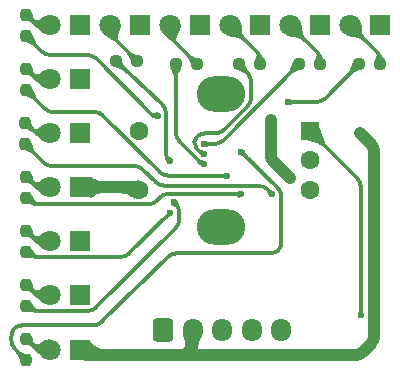
<source format=gbr>
%TF.GenerationSoftware,KiCad,Pcbnew,8.0.1+1*%
%TF.CreationDate,2024-05-08T14:56:33-06:00*%
%TF.ProjectId,encoder-to-i2c-tssop20.kicad_pro,656e636f-6465-4722-9d74-6f2d6932632d,rev?*%
%TF.SameCoordinates,Original*%
%TF.FileFunction,Copper,L2,Bot*%
%TF.FilePolarity,Positive*%
%FSLAX46Y46*%
G04 Gerber Fmt 4.6, Leading zero omitted, Abs format (unit mm)*
G04 Created by KiCad (PCBNEW 8.0.1+1) date 2024-05-08 14:56:33*
%MOMM*%
%LPD*%
G01*
G04 APERTURE LIST*
G04 Aperture macros list*
%AMRoundRect*
0 Rectangle with rounded corners*
0 $1 Rounding radius*
0 $2 $3 $4 $5 $6 $7 $8 $9 X,Y pos of 4 corners*
0 Add a 4 corners polygon primitive as box body*
4,1,4,$2,$3,$4,$5,$6,$7,$8,$9,$2,$3,0*
0 Add four circle primitives for the rounded corners*
1,1,$1+$1,$2,$3*
1,1,$1+$1,$4,$5*
1,1,$1+$1,$6,$7*
1,1,$1+$1,$8,$9*
0 Add four rect primitives between the rounded corners*
20,1,$1+$1,$2,$3,$4,$5,0*
20,1,$1+$1,$4,$5,$6,$7,0*
20,1,$1+$1,$6,$7,$8,$9,0*
20,1,$1+$1,$8,$9,$2,$3,0*%
G04 Aperture macros list end*
%TA.AperFunction,ComponentPad*%
%ADD10RoundRect,0.250000X-0.600000X-0.725000X0.600000X-0.725000X0.600000X0.725000X-0.600000X0.725000X0*%
%TD*%
%TA.AperFunction,ComponentPad*%
%ADD11O,1.700000X1.950000*%
%TD*%
%TA.AperFunction,SMDPad,CuDef*%
%ADD12RoundRect,0.237500X0.250000X0.237500X-0.250000X0.237500X-0.250000X-0.237500X0.250000X-0.237500X0*%
%TD*%
%TA.AperFunction,ComponentPad*%
%ADD13R,1.800000X1.800000*%
%TD*%
%TA.AperFunction,ComponentPad*%
%ADD14C,1.800000*%
%TD*%
%TA.AperFunction,SMDPad,CuDef*%
%ADD15RoundRect,0.237500X-0.237500X0.250000X-0.237500X-0.250000X0.237500X-0.250000X0.237500X0.250000X0*%
%TD*%
%TA.AperFunction,ComponentPad*%
%ADD16RoundRect,0.250000X0.550000X0.550000X-0.550000X0.550000X-0.550000X-0.550000X0.550000X-0.550000X0*%
%TD*%
%TA.AperFunction,ComponentPad*%
%ADD17C,1.600000*%
%TD*%
%TA.AperFunction,ComponentPad*%
%ADD18O,4.100000X3.000000*%
%TD*%
%TA.AperFunction,ViaPad*%
%ADD19C,0.600000*%
%TD*%
%TA.AperFunction,ViaPad*%
%ADD20C,1.000000*%
%TD*%
%TA.AperFunction,Conductor*%
%ADD21C,1.000000*%
%TD*%
%TA.AperFunction,Conductor*%
%ADD22C,0.300000*%
%TD*%
G04 APERTURE END LIST*
D10*
%TO.P,J1,1,Pin_1*%
%TO.N,+3V3*%
X41811500Y-65174000D03*
D11*
%TO.P,J1,2,Pin_2*%
%TO.N,GND*%
X44311500Y-65174000D03*
%TO.P,J1,3,Pin_3*%
%TO.N,/SWD*%
X46811500Y-65174000D03*
%TO.P,J1,4,Pin_4*%
%TO.N,/SDA*%
X49311500Y-65174000D03*
%TO.P,J1,5,Pin_5*%
%TO.N,/SCL*%
X51811500Y-65174000D03*
%TD*%
D12*
%TO.P,R11,1*%
%TO.N,Net-(D3-A)*%
X50038000Y-42672000D03*
%TO.P,R11,2*%
%TO.N,/PC5*%
X48213000Y-42672000D03*
%TD*%
%TO.P,R12,1*%
%TO.N,Net-(D4-A)*%
X44704000Y-42672000D03*
%TO.P,R12,2*%
%TO.N,/PC6*%
X42879000Y-42672000D03*
%TD*%
D13*
%TO.P,D2,1,K*%
%TO.N,GND*%
X55123000Y-39370000D03*
D14*
%TO.P,D2,2,A*%
%TO.N,Net-(D2-A)*%
X52583000Y-39370000D03*
%TD*%
D12*
%TO.P,R10,1*%
%TO.N,Net-(D2-A)*%
X55118000Y-42672000D03*
%TO.P,R10,2*%
%TO.N,/PC3*%
X53293000Y-42672000D03*
%TD*%
%TO.P,R9,1*%
%TO.N,Net-(D1-A)*%
X60198000Y-42672000D03*
%TO.P,R9,2*%
%TO.N,/PC0*%
X58373000Y-42672000D03*
%TD*%
D15*
%TO.P,R16,1*%
%TO.N,Net-(D8-A)*%
X30124900Y-47601500D03*
%TO.P,R16,2*%
%TO.N,/PD5*%
X30124900Y-49426500D03*
%TD*%
%TO.P,R17,1*%
%TO.N,Net-(D9-A)*%
X30237900Y-52173500D03*
%TO.P,R17,2*%
%TO.N,/PD4*%
X30237900Y-53998500D03*
%TD*%
%TO.P,R18,1*%
%TO.N,Net-(D10-A)*%
X30237900Y-56745500D03*
%TO.P,R18,2*%
%TO.N,/PD3*%
X30237900Y-58570500D03*
%TD*%
D13*
%TO.P,D1,1,K*%
%TO.N,GND*%
X60198000Y-39370000D03*
D14*
%TO.P,D1,2,A*%
%TO.N,Net-(D1-A)*%
X57658000Y-39370000D03*
%TD*%
D16*
%TO.P,SW1,A,A*%
%TO.N,Net-(R2-Pad2)*%
X54240000Y-48300000D03*
D17*
%TO.P,SW1,B,B*%
%TO.N,Net-(R3-Pad2)*%
X54240000Y-53300000D03*
%TO.P,SW1,C,C*%
%TO.N,GND*%
X54240000Y-50800000D03*
%TO.P,SW1,S1,S1*%
%TO.N,Net-(R1-Pad2)*%
X39740000Y-48300000D03*
%TO.P,SW1,S2,S2*%
%TO.N,GND*%
X39740000Y-53300000D03*
D18*
%TO.P,SW1,SH*%
%TO.N,N/C*%
X46740000Y-56400000D03*
X46740000Y-45200000D03*
%TD*%
D13*
%TO.P,D10,1,K*%
%TO.N,GND*%
X34798000Y-57658000D03*
D14*
%TO.P,D10,2,A*%
%TO.N,Net-(D10-A)*%
X32258000Y-57658000D03*
%TD*%
D13*
%TO.P,D4,1,K*%
%TO.N,GND*%
X44958000Y-39370000D03*
D14*
%TO.P,D4,2,A*%
%TO.N,Net-(D4-A)*%
X42418000Y-39370000D03*
%TD*%
D15*
%TO.P,R14,1*%
%TO.N,Net-(D6-A)*%
X30237900Y-38457500D03*
%TO.P,R14,2*%
%TO.N,/PD7*%
X30237900Y-40282500D03*
%TD*%
%TO.P,R15,1*%
%TO.N,Net-(D7-A)*%
X30237900Y-43029500D03*
%TO.P,R15,2*%
%TO.N,/PD6*%
X30237900Y-44854500D03*
%TD*%
D13*
%TO.P,D9,1,K*%
%TO.N,GND*%
X34798000Y-53086000D03*
D14*
%TO.P,D9,2,A*%
%TO.N,Net-(D9-A)*%
X32258000Y-53086000D03*
%TD*%
D15*
%TO.P,R19,1*%
%TO.N,Net-(D11-A)*%
X30237900Y-61317500D03*
%TO.P,R19,2*%
%TO.N,/PD2*%
X30237900Y-63142500D03*
%TD*%
D12*
%TO.P,R13,1*%
%TO.N,Net-(D5-A)*%
X39624000Y-42418000D03*
%TO.P,R13,2*%
%TO.N,/PC7*%
X37799000Y-42418000D03*
%TD*%
D13*
%TO.P,D3,1,K*%
%TO.N,GND*%
X50038000Y-39370000D03*
D14*
%TO.P,D3,2,A*%
%TO.N,Net-(D3-A)*%
X47498000Y-39370000D03*
%TD*%
D13*
%TO.P,D5,1,K*%
%TO.N,GND*%
X39878000Y-39370000D03*
D14*
%TO.P,D5,2,A*%
%TO.N,Net-(D5-A)*%
X37338000Y-39370000D03*
%TD*%
D13*
%TO.P,D8,1,K*%
%TO.N,GND*%
X34798000Y-48514000D03*
D14*
%TO.P,D8,2,A*%
%TO.N,Net-(D8-A)*%
X32258000Y-48514000D03*
%TD*%
D13*
%TO.P,D7,1,K*%
%TO.N,GND*%
X34798000Y-43942000D03*
D14*
%TO.P,D7,2,A*%
%TO.N,Net-(D7-A)*%
X32258000Y-43942000D03*
%TD*%
D13*
%TO.P,D11,1,K*%
%TO.N,GND*%
X34798000Y-62230000D03*
D14*
%TO.P,D11,2,A*%
%TO.N,Net-(D11-A)*%
X32258000Y-62230000D03*
%TD*%
D13*
%TO.P,D6,1,K*%
%TO.N,GND*%
X34798000Y-39370000D03*
D14*
%TO.P,D6,2,A*%
%TO.N,Net-(D6-A)*%
X32258000Y-39370000D03*
%TD*%
D15*
%TO.P,R20,1*%
%TO.N,Net-(D12-A)*%
X30226000Y-65901500D03*
%TO.P,R20,2*%
%TO.N,/PD0*%
X30226000Y-67726500D03*
%TD*%
D13*
%TO.P,D12,1,K*%
%TO.N,GND*%
X34786100Y-66814000D03*
D14*
%TO.P,D12,2,A*%
%TO.N,Net-(D12-A)*%
X32246100Y-66814000D03*
%TD*%
D19*
%TO.N,+3V3*%
X50907100Y-47402700D03*
X52545800Y-52305000D03*
D20*
%TO.N,GND*%
X58502136Y-48514000D03*
D19*
%TO.N,Net-(R2-Pad2)*%
X58526200Y-63931800D03*
%TO.N,/PC0*%
X52392400Y-45864000D03*
%TO.N,/PC3*%
X45311800Y-49421200D03*
%TO.N,/PC5*%
X45296700Y-50273000D03*
%TO.N,/PC6*%
X45290200Y-51124800D03*
%TO.N,/PC7*%
X42355400Y-50838200D03*
%TO.N,/PD7*%
X41334500Y-47022300D03*
%TO.N,/PD6*%
X47250400Y-52081500D03*
%TO.N,/PD5*%
X51029400Y-53654900D03*
%TO.N,/PD4*%
X48391700Y-53682000D03*
%TO.N,/PD3*%
X42418700Y-55223400D03*
%TO.N,/PD2*%
X42755900Y-54338700D03*
%TO.N,/PD0*%
X48431100Y-50055200D03*
%TD*%
D21*
%TO.N,+3V3*%
X52545800Y-52305000D02*
X51199993Y-50959193D01*
X50907100Y-50252086D02*
X50907100Y-47402700D01*
X51199993Y-50959193D02*
G75*
G02*
X50907110Y-50252086I707107J707093D01*
G01*
%TO.N,GND*%
X39526000Y-53086000D02*
X39740000Y-53300000D01*
X44311500Y-65174000D02*
X44311500Y-66272286D01*
X59397107Y-49408971D02*
X58502136Y-48514000D01*
X43273786Y-67310000D02*
X35282100Y-67310000D01*
X34798000Y-53086000D02*
X39526000Y-53086000D01*
X35282100Y-67310000D02*
X34786100Y-66814000D01*
X58712893Y-67017107D02*
X59397107Y-66332893D01*
X44018607Y-66979393D02*
X43980893Y-67017107D01*
X43273786Y-67310000D02*
X58005786Y-67310000D01*
X59690000Y-65625786D02*
X59690000Y-50116078D01*
X43980893Y-67017107D02*
G75*
G02*
X43273786Y-67309990I-707093J707107D01*
G01*
X59690000Y-65625786D02*
G75*
G02*
X59397114Y-66332900I-1000000J-14D01*
G01*
X44018607Y-66979393D02*
G75*
G03*
X44311490Y-66272286I-707107J707093D01*
G01*
X59690000Y-50116078D02*
G75*
G03*
X59397096Y-49408982I-1000000J-22D01*
G01*
X58712893Y-67017107D02*
G75*
G02*
X58005786Y-67309990I-707093J707107D01*
G01*
D22*
%TO.N,Net-(R2-Pad2)*%
X58526200Y-53000414D02*
X58526200Y-63931800D01*
X54240000Y-48300000D02*
X58233307Y-52293307D01*
X58233307Y-52293307D02*
G75*
G02*
X58526190Y-53000414I-707107J-707093D01*
G01*
%TO.N,Net-(D1-A)*%
X59905107Y-41617107D02*
X57658000Y-39370000D01*
X60198000Y-42672000D02*
X60198000Y-42324214D01*
X59905107Y-41617107D02*
G75*
G02*
X60197990Y-42324214I-707107J-707093D01*
G01*
%TO.N,Net-(D2-A)*%
X55118000Y-42672000D02*
X55118000Y-42319214D01*
X54825107Y-41612107D02*
X52583000Y-39370000D01*
X55118000Y-42319214D02*
G75*
G03*
X54825114Y-41612100I-1000000J14D01*
G01*
%TO.N,Net-(D3-A)*%
X47498000Y-39370000D02*
X49745107Y-41617107D01*
X50038000Y-42324214D02*
X50038000Y-42672000D01*
X49745107Y-41617107D02*
G75*
G02*
X50037990Y-42324214I-707107J-707093D01*
G01*
%TO.N,Net-(D4-A)*%
X44704000Y-42672000D02*
X42710893Y-40678893D01*
X42418000Y-39971786D02*
G75*
G03*
X42710886Y-40678900I1000000J-14D01*
G01*
%TO.N,Net-(D5-A)*%
X39624000Y-42418000D02*
X37630893Y-40424893D01*
X37338000Y-39717786D02*
G75*
G03*
X37630886Y-40424900I1000000J-14D01*
G01*
%TO.N,Net-(D6-A)*%
X30857507Y-39077107D02*
X30237900Y-38457500D01*
X31564614Y-39370000D02*
G75*
G02*
X30857500Y-39077114I-14J1000000D01*
G01*
%TO.N,Net-(D7-A)*%
X30857507Y-43649107D02*
X30237900Y-43029500D01*
X31564614Y-43942000D02*
G75*
G02*
X30857500Y-43649114I-14J1000000D01*
G01*
%TO.N,Net-(D8-A)*%
X30744507Y-48221107D02*
X30124900Y-47601500D01*
X32258000Y-48514000D02*
X31451614Y-48514000D01*
X30744507Y-48221107D02*
G75*
G03*
X31451614Y-48513990I707093J707107D01*
G01*
%TO.N,Net-(D9-A)*%
X30857507Y-52793107D02*
X30237900Y-52173500D01*
X30857507Y-52793107D02*
G75*
G03*
X31564614Y-53085990I707093J707107D01*
G01*
%TO.N,Net-(D10-A)*%
X30857507Y-57365107D02*
X30237900Y-56745500D01*
X30857507Y-57365107D02*
G75*
G03*
X31564614Y-57657990I707093J707107D01*
G01*
%TO.N,Net-(D11-A)*%
X30857507Y-61937107D02*
X30237900Y-61317500D01*
X31564614Y-62230000D02*
G75*
G02*
X30857500Y-61937114I-14J1000000D01*
G01*
%TO.N,Net-(D12-A)*%
X30845607Y-66521107D02*
X30226000Y-65901500D01*
X30845607Y-66521107D02*
G75*
G03*
X31552714Y-66813990I707093J707107D01*
G01*
%TO.N,/PC0*%
X58373000Y-42672000D02*
X55473893Y-45571107D01*
X54766786Y-45864000D02*
X52392400Y-45864000D01*
X55473893Y-45571107D02*
G75*
G02*
X54766786Y-45863990I-707093J707107D01*
G01*
%TO.N,/PC3*%
X46129586Y-49421200D02*
X45311800Y-49421200D01*
X53293000Y-42672000D02*
X46836693Y-49128307D01*
X46836693Y-49128307D02*
G75*
G02*
X46129586Y-49421190I-707093J707107D01*
G01*
%TO.N,/PC5*%
X45135800Y-50273000D02*
X44633832Y-49729164D01*
X48963907Y-43422907D02*
X48213000Y-42672000D01*
X45372214Y-48514000D02*
X46220850Y-48514000D01*
X49256800Y-45511186D02*
X49256800Y-44130014D01*
X44450000Y-49276000D02*
X44665107Y-48806893D01*
X45296700Y-50273000D02*
X45135800Y-50273000D01*
X46984524Y-48197676D02*
X48963907Y-46218293D01*
X48963907Y-46218293D02*
G75*
G03*
X49256790Y-45511186I-707107J707093D01*
G01*
X44633833Y-49729164D02*
G75*
G02*
X44450039Y-49258964I509467J470164D01*
G01*
X44665107Y-48806893D02*
G75*
G02*
X45372214Y-48514010I707093J-707107D01*
G01*
X46220850Y-48514000D02*
G75*
G03*
X46984499Y-48197651I-50J1080000D01*
G01*
X49256800Y-44130014D02*
G75*
G03*
X48963914Y-43422900I-1000000J14D01*
G01*
%TO.N,/PC6*%
X45142100Y-51124800D02*
X45290200Y-51124800D01*
X42879000Y-42672000D02*
X42879000Y-48447486D01*
X43171893Y-49154593D02*
X45142100Y-51124800D01*
X43171893Y-49154593D02*
G75*
G02*
X42879010Y-48447486I707107J707093D01*
G01*
%TO.N,/PC7*%
X41656000Y-45974000D02*
X41744007Y-46062007D01*
X42329793Y-50812593D02*
X42355400Y-50838200D01*
X42036900Y-46769114D02*
X42036900Y-50105486D01*
X37799000Y-42418000D02*
X41656000Y-45974000D01*
X41744007Y-46062007D02*
G75*
G02*
X42036890Y-46769114I-707107J-707093D01*
G01*
X42036900Y-50105486D02*
G75*
G03*
X42329786Y-50812600I1000000J-14D01*
G01*
%TO.N,/PD7*%
X40960400Y-47022300D02*
X41334500Y-47022300D01*
X30237900Y-40282500D02*
X31536607Y-41581207D01*
X36105093Y-42166993D02*
X40960400Y-47022300D01*
X32243714Y-41874100D02*
X35397986Y-41874100D01*
X36105093Y-42166993D02*
G75*
G03*
X35397986Y-41874110I-707093J-707107D01*
G01*
X32243714Y-41874100D02*
G75*
G02*
X31536600Y-41581214I-14J1000000D01*
G01*
%TO.N,/PD6*%
X36021286Y-46712900D02*
X32510514Y-46712900D01*
X31803407Y-46420007D02*
X30237900Y-44854500D01*
X47250400Y-52081500D02*
X42218314Y-52081500D01*
X41511207Y-51788607D02*
X36728393Y-47005793D01*
X32510514Y-46712900D02*
G75*
G02*
X31803400Y-46420014I-14J1000000D01*
G01*
X36728393Y-47005793D02*
G75*
G03*
X36021286Y-46712910I-707093J-707107D01*
G01*
X42218314Y-52081500D02*
G75*
G02*
X41511200Y-51788614I-14J1000000D01*
G01*
%TO.N,/PD5*%
X51029400Y-53654900D02*
X50597393Y-53222893D01*
X49890286Y-52930000D02*
X41875914Y-52930000D01*
X41168807Y-52637107D02*
X40110993Y-51579293D01*
X39403886Y-51286400D02*
X32399014Y-51286400D01*
X31691907Y-50993507D02*
X30124900Y-49426500D01*
X32399014Y-51286400D02*
G75*
G02*
X31691900Y-50993514I-14J1000000D01*
G01*
X41168807Y-52637107D02*
G75*
G03*
X41875914Y-52929990I707093J707107D01*
G01*
X50597393Y-53222893D02*
G75*
G03*
X49890286Y-52930010I-707093J-707107D01*
G01*
X40110993Y-51579293D02*
G75*
G03*
X39403886Y-51286410I-707093J-707107D01*
G01*
%TO.N,/PD4*%
X48391700Y-53682000D02*
X48341200Y-53631500D01*
X48341200Y-53631500D02*
X42269414Y-53631500D01*
X41562307Y-53924393D02*
X41258893Y-54227807D01*
X40551786Y-54520700D02*
X31174314Y-54520700D01*
X31174314Y-54520700D02*
G75*
G02*
X30467200Y-54227814I-14J1000000D01*
G01*
X41258893Y-54227807D02*
G75*
G02*
X40551786Y-54520690I-707093J707107D01*
G01*
X42269414Y-53631500D02*
G75*
G03*
X41562300Y-53924386I-14J-1000000D01*
G01*
%TO.N,/PD3*%
X42418700Y-55223400D02*
X38959493Y-58682607D01*
X38252386Y-58975500D02*
X31057114Y-58975500D01*
X38959493Y-58682607D02*
G75*
G02*
X38252386Y-58975490I-707093J707107D01*
G01*
X30350007Y-58682607D02*
G75*
G03*
X31057114Y-58975490I707093J707107D01*
G01*
%TO.N,/PD2*%
X42869307Y-54452107D02*
X42755900Y-54338700D01*
X31057514Y-63547900D02*
X35440486Y-63547900D01*
X36147593Y-63255007D02*
X42869307Y-56533293D01*
X43162200Y-55826186D02*
X43162200Y-55159214D01*
X42869307Y-56533293D02*
G75*
G03*
X43162190Y-55826186I-707107J707093D01*
G01*
X35440486Y-63547900D02*
G75*
G03*
X36147600Y-63255014I14J1000000D01*
G01*
X31057514Y-63547900D02*
G75*
G02*
X30350400Y-63255014I-14J1000000D01*
G01*
X43162200Y-55159214D02*
G75*
G03*
X42869314Y-54452100I-1000000J14D01*
G01*
%TO.N,/PD0*%
X50835657Y-58674000D02*
X42926000Y-58674000D01*
X51523107Y-58458893D02*
X51252471Y-58582992D01*
X51816000Y-53848000D02*
X51816000Y-57751786D01*
X36826897Y-64265103D02*
X36614893Y-64477107D01*
X36833131Y-64258924D02*
X36826897Y-64265103D01*
X29171107Y-65062893D02*
X29047008Y-65333529D01*
X48431100Y-50055200D02*
X51523107Y-53140893D01*
X29248893Y-66749393D02*
X30226000Y-67726500D01*
X28956000Y-65750343D02*
X28956000Y-66042286D01*
X35907786Y-64770000D02*
X29878196Y-64770000D01*
X42218893Y-58966893D02*
X36833131Y-64258924D01*
X51816000Y-57751786D02*
G75*
G02*
X51523114Y-58458900I-1000000J-14D01*
G01*
X29878196Y-64770000D02*
G75*
G03*
X29171100Y-65062886I4J-1000000D01*
G01*
X29047008Y-65333529D02*
G75*
G03*
X28956018Y-65750343I908992J-416771D01*
G01*
X28956000Y-66042286D02*
G75*
G03*
X29248886Y-66749400I1000000J-14D01*
G01*
X42926000Y-58674000D02*
G75*
G03*
X42218893Y-58966893I0J-1000000D01*
G01*
X36614893Y-64477107D02*
G75*
G02*
X35907786Y-64769990I-707093J707107D01*
G01*
X51523107Y-53140893D02*
G75*
G02*
X51816000Y-53848000I-707107J-707107D01*
G01*
X50835657Y-58674000D02*
G75*
G03*
X51252478Y-58583008I43J1000000D01*
G01*
%TD*%
%TA.AperFunction,Conductor*%
%TO.N,/PD2*%
G36*
X30705817Y-62836475D02*
G01*
X30706161Y-62837010D01*
X30792637Y-62979721D01*
X30792642Y-62979728D01*
X30792647Y-62979736D01*
X30827626Y-63030119D01*
X30885531Y-63113524D01*
X30941266Y-63182101D01*
X30978421Y-63227818D01*
X31071308Y-63322609D01*
X31159863Y-63394388D01*
X31164132Y-63402258D01*
X31164196Y-63403476D01*
X31164196Y-63682718D01*
X31160769Y-63690991D01*
X31152496Y-63694418D01*
X31149516Y-63694032D01*
X30964604Y-63645321D01*
X30764990Y-63612239D01*
X30764997Y-63612239D01*
X30565397Y-63598659D01*
X30365794Y-63604579D01*
X30365783Y-63604580D01*
X30181463Y-63628055D01*
X30172823Y-63625701D01*
X30168379Y-63617927D01*
X30168405Y-63614775D01*
X30236162Y-63147583D01*
X30240741Y-63139889D01*
X30241118Y-63139619D01*
X30689558Y-62833410D01*
X30698322Y-62831575D01*
X30705817Y-62836475D01*
G37*
%TD.AperFunction*%
%TD*%
%TA.AperFunction,Conductor*%
%TO.N,/PD6*%
G36*
X47140104Y-51815133D02*
G01*
X47140168Y-51815281D01*
X47249515Y-52076989D01*
X47249542Y-52085944D01*
X47249515Y-52086011D01*
X47140168Y-52347718D01*
X47133816Y-52354030D01*
X47124861Y-52354003D01*
X47124713Y-52353939D01*
X47020238Y-52308584D01*
X46936950Y-52272445D01*
X46936933Y-52272439D01*
X46862803Y-52248622D01*
X46862794Y-52248619D01*
X46774928Y-52235512D01*
X46774913Y-52235510D01*
X46661723Y-52231864D01*
X46653565Y-52228172D01*
X46650400Y-52220170D01*
X46650400Y-51942829D01*
X46653827Y-51934556D01*
X46661722Y-51931135D01*
X46774920Y-51927488D01*
X46852680Y-51915887D01*
X46862794Y-51914379D01*
X46862794Y-51914378D01*
X46862800Y-51914378D01*
X46936939Y-51890558D01*
X46965553Y-51878141D01*
X47020238Y-51854414D01*
X47124713Y-51809060D01*
X47133666Y-51808909D01*
X47140104Y-51815133D01*
G37*
%TD.AperFunction*%
%TD*%
%TA.AperFunction,Conductor*%
%TO.N,/PD3*%
G36*
X42152445Y-55113074D02*
G01*
X42352493Y-55195217D01*
X42414884Y-55220836D01*
X42421236Y-55227148D01*
X42421263Y-55227215D01*
X42528999Y-55489590D01*
X42528972Y-55498545D01*
X42522620Y-55504857D01*
X42522470Y-55504917D01*
X42416523Y-55546721D01*
X42416523Y-55546722D01*
X42374294Y-55563393D01*
X42332064Y-55580065D01*
X42332053Y-55580070D01*
X42262802Y-55615642D01*
X42262797Y-55615646D01*
X42191394Y-55668510D01*
X42191381Y-55668521D01*
X42108765Y-55745980D01*
X42100386Y-55749139D01*
X42092490Y-55745718D01*
X41896380Y-55549608D01*
X41892953Y-55541335D01*
X41896117Y-55533334D01*
X41973582Y-55450711D01*
X42026453Y-55379300D01*
X42062033Y-55310033D01*
X42095376Y-55225575D01*
X42137182Y-55119628D01*
X42143406Y-55113191D01*
X42152359Y-55113040D01*
X42152445Y-55113074D01*
G37*
%TD.AperFunction*%
%TD*%
%TA.AperFunction,Conductor*%
%TO.N,Net-(D10-A)*%
G36*
X30710039Y-56553321D02*
G01*
X30716364Y-56559660D01*
X30716716Y-56560633D01*
X30772654Y-56739462D01*
X30824810Y-56889178D01*
X30832411Y-56910998D01*
X30892157Y-57063007D01*
X30892158Y-57063009D01*
X30951911Y-57195534D01*
X30951915Y-57195543D01*
X31008413Y-57302414D01*
X31009250Y-57311329D01*
X31007797Y-57314382D01*
X30851457Y-57548367D01*
X30844012Y-57553342D01*
X30835302Y-57551643D01*
X30686820Y-57454025D01*
X30686810Y-57454019D01*
X30584501Y-57399369D01*
X30528611Y-57369514D01*
X30528608Y-57369512D01*
X30370411Y-57304509D01*
X30212228Y-57259008D01*
X30212209Y-57259003D01*
X30068076Y-57235311D01*
X30060468Y-57230588D01*
X30058429Y-57221868D01*
X30059017Y-57219661D01*
X30235283Y-56749705D01*
X30241396Y-56743164D01*
X30241711Y-56743027D01*
X30701086Y-56553312D01*
X30710039Y-56553321D01*
G37*
%TD.AperFunction*%
%TD*%
%TA.AperFunction,Conductor*%
%TO.N,Net-(D6-A)*%
G36*
X30710039Y-38265321D02*
G01*
X30716364Y-38271660D01*
X30716716Y-38272633D01*
X30772654Y-38451462D01*
X30824810Y-38601178D01*
X30832411Y-38622998D01*
X30892157Y-38775007D01*
X30892158Y-38775009D01*
X30951911Y-38907534D01*
X30951915Y-38907543D01*
X31008413Y-39014414D01*
X31009250Y-39023329D01*
X31007797Y-39026382D01*
X30851457Y-39260367D01*
X30844012Y-39265342D01*
X30835302Y-39263643D01*
X30686820Y-39166025D01*
X30686810Y-39166019D01*
X30584501Y-39111369D01*
X30528611Y-39081514D01*
X30528608Y-39081512D01*
X30370411Y-39016509D01*
X30212228Y-38971008D01*
X30212209Y-38971003D01*
X30068076Y-38947311D01*
X30060468Y-38942588D01*
X30058429Y-38933868D01*
X30059017Y-38931661D01*
X30235283Y-38461705D01*
X30241396Y-38455164D01*
X30241711Y-38455027D01*
X30701086Y-38265312D01*
X30710039Y-38265321D01*
G37*
%TD.AperFunction*%
%TD*%
%TA.AperFunction,Conductor*%
%TO.N,/PD5*%
G36*
X50719465Y-53132317D02*
G01*
X50802088Y-53209782D01*
X50873498Y-53262653D01*
X50942765Y-53298233D01*
X51027223Y-53331576D01*
X51133171Y-53373382D01*
X51139608Y-53379605D01*
X51139759Y-53388558D01*
X51139699Y-53388708D01*
X51031963Y-53651084D01*
X51025651Y-53657436D01*
X51025584Y-53657463D01*
X50763208Y-53765199D01*
X50754253Y-53765172D01*
X50747941Y-53758820D01*
X50747932Y-53758798D01*
X50706076Y-53652723D01*
X50672733Y-53568265D01*
X50637153Y-53498998D01*
X50584282Y-53427588D01*
X50506817Y-53344965D01*
X50503659Y-53336587D01*
X50507079Y-53328692D01*
X50703192Y-53132579D01*
X50711464Y-53129153D01*
X50719465Y-53132317D01*
G37*
%TD.AperFunction*%
%TD*%
%TA.AperFunction,Conductor*%
%TO.N,/PD7*%
G36*
X30710592Y-40090405D02*
G01*
X30716912Y-40096748D01*
X30717083Y-40097188D01*
X30788370Y-40292133D01*
X30863855Y-40479053D01*
X30939320Y-40646429D01*
X30939350Y-40646490D01*
X31014805Y-40794348D01*
X31014819Y-40794372D01*
X31085699Y-40914951D01*
X31086938Y-40923820D01*
X31083886Y-40929153D01*
X30884995Y-41128044D01*
X30876722Y-41131471D01*
X30870149Y-41129450D01*
X30713254Y-41022908D01*
X30548350Y-40930430D01*
X30383451Y-40857454D01*
X30383446Y-40857452D01*
X30218552Y-40803977D01*
X30067057Y-40772762D01*
X30059645Y-40767736D01*
X30057959Y-40758942D01*
X30058466Y-40757186D01*
X30100083Y-40646490D01*
X30235403Y-40286552D01*
X30241521Y-40280016D01*
X30241854Y-40279872D01*
X30701638Y-40090389D01*
X30710592Y-40090405D01*
G37*
%TD.AperFunction*%
%TD*%
%TA.AperFunction,Conductor*%
%TO.N,Net-(R2-Pad2)*%
G36*
X58673144Y-63335227D02*
G01*
X58676565Y-63343123D01*
X58680210Y-63456313D01*
X58680212Y-63456328D01*
X58693319Y-63544194D01*
X58693322Y-63544203D01*
X58717139Y-63618333D01*
X58717145Y-63618350D01*
X58753283Y-63701636D01*
X58798639Y-63806113D01*
X58798790Y-63815066D01*
X58792566Y-63821504D01*
X58792418Y-63821568D01*
X58530711Y-63930915D01*
X58521756Y-63930942D01*
X58521689Y-63930915D01*
X58259981Y-63821568D01*
X58253669Y-63815216D01*
X58253696Y-63806261D01*
X58253760Y-63806113D01*
X58299115Y-63701636D01*
X58335253Y-63618350D01*
X58335258Y-63618339D01*
X58359078Y-63544200D01*
X58372188Y-63456320D01*
X58375835Y-63343122D01*
X58379527Y-63334965D01*
X58387529Y-63331800D01*
X58664871Y-63331800D01*
X58673144Y-63335227D01*
G37*
%TD.AperFunction*%
%TD*%
%TA.AperFunction,Conductor*%
%TO.N,Net-(D12-A)*%
G36*
X32240903Y-65918532D02*
G01*
X32245884Y-65925974D01*
X32246111Y-65928257D01*
X32246803Y-66809848D01*
X32243383Y-66818122D01*
X32243373Y-66818133D01*
X32243367Y-66818139D01*
X31617901Y-67442216D01*
X31609624Y-67445634D01*
X31601440Y-67442282D01*
X31339892Y-67185465D01*
X31339878Y-67185452D01*
X31339867Y-67185441D01*
X31144326Y-67001541D01*
X31144324Y-67001540D01*
X31144276Y-67001494D01*
X30973642Y-66844743D01*
X30973541Y-66844650D01*
X30778075Y-66660822D01*
X30777894Y-66660647D01*
X30516599Y-66404079D01*
X30513096Y-66395838D01*
X30516448Y-66387534D01*
X30713756Y-66190225D01*
X30722028Y-66186799D01*
X30728184Y-66188549D01*
X30730895Y-66190226D01*
X31014975Y-66365987D01*
X31270920Y-66325403D01*
X31531950Y-66166790D01*
X31532291Y-66166593D01*
X31840926Y-65995515D01*
X31844295Y-65994279D01*
X32232119Y-65916793D01*
X32240903Y-65918532D01*
G37*
%TD.AperFunction*%
%TD*%
%TA.AperFunction,Conductor*%
%TO.N,Net-(D11-A)*%
G36*
X30710039Y-61125321D02*
G01*
X30716364Y-61131660D01*
X30716716Y-61132633D01*
X30772654Y-61311462D01*
X30824810Y-61461178D01*
X30832411Y-61482998D01*
X30892157Y-61635007D01*
X30892158Y-61635009D01*
X30951911Y-61767534D01*
X30951915Y-61767543D01*
X31008413Y-61874414D01*
X31009250Y-61883329D01*
X31007797Y-61886382D01*
X30851457Y-62120367D01*
X30844012Y-62125342D01*
X30835302Y-62123643D01*
X30686820Y-62026025D01*
X30686810Y-62026019D01*
X30584501Y-61971369D01*
X30528611Y-61941514D01*
X30528608Y-61941512D01*
X30370411Y-61876509D01*
X30212228Y-61831008D01*
X30212209Y-61831003D01*
X30068076Y-61807311D01*
X30060468Y-61802588D01*
X30058429Y-61793868D01*
X30059017Y-61791661D01*
X30235283Y-61321705D01*
X30241396Y-61315164D01*
X30241711Y-61315027D01*
X30701086Y-61125312D01*
X30710039Y-61125321D01*
G37*
%TD.AperFunction*%
%TD*%
%TA.AperFunction,Conductor*%
%TO.N,Net-(D4-A)*%
G36*
X44071758Y-41825093D02*
G01*
X44231147Y-41934091D01*
X44398548Y-42029068D01*
X44565948Y-42104545D01*
X44733349Y-42160522D01*
X44887103Y-42194026D01*
X44894456Y-42199135D01*
X44896043Y-42207948D01*
X44895428Y-42209915D01*
X44706645Y-42668003D01*
X44700325Y-42674346D01*
X44699945Y-42674497D01*
X44227627Y-42852067D01*
X44218677Y-42851770D01*
X44212558Y-42845232D01*
X44212494Y-42845058D01*
X44207253Y-42830416D01*
X44143522Y-42652350D01*
X44070545Y-42467949D01*
X43997568Y-42303048D01*
X43997567Y-42303045D01*
X43924593Y-42157650D01*
X43924580Y-42157627D01*
X43856124Y-42039526D01*
X43854939Y-42030650D01*
X43857971Y-42025388D01*
X44056882Y-41826477D01*
X44065154Y-41823051D01*
X44071758Y-41825093D01*
G37*
%TD.AperFunction*%
%TD*%
%TA.AperFunction,Conductor*%
%TO.N,/PD0*%
G36*
X48706248Y-49944926D02*
G01*
X48712560Y-49951278D01*
X48712619Y-49951425D01*
X48754418Y-50057275D01*
X48754420Y-50057280D01*
X48787819Y-50141643D01*
X48823486Y-50210806D01*
X48876442Y-50282089D01*
X48876444Y-50282091D01*
X48876447Y-50282095D01*
X48876448Y-50282097D01*
X48953950Y-50364554D01*
X48957119Y-50372929D01*
X48953707Y-50380832D01*
X48757797Y-50577143D01*
X48749527Y-50580578D01*
X48741523Y-50577423D01*
X48658766Y-50500027D01*
X48658765Y-50500026D01*
X48640005Y-50486186D01*
X48587241Y-50447262D01*
X48585916Y-50446584D01*
X48517896Y-50411790D01*
X48517882Y-50411784D01*
X48517880Y-50411783D01*
X48433349Y-50378512D01*
X48433345Y-50378508D01*
X48433345Y-50378511D01*
X48327334Y-50336716D01*
X48320894Y-50330493D01*
X48320740Y-50321540D01*
X48320802Y-50321387D01*
X48336939Y-50282089D01*
X48428536Y-50059015D01*
X48434846Y-50052665D01*
X48697295Y-49944899D01*
X48706248Y-49944926D01*
G37*
%TD.AperFunction*%
%TD*%
%TA.AperFunction,Conductor*%
%TO.N,/PC0*%
G36*
X52517938Y-45591496D02*
G01*
X52518086Y-45591560D01*
X52622561Y-45636914D01*
X52705848Y-45673053D01*
X52705860Y-45673058D01*
X52779999Y-45696878D01*
X52780002Y-45696878D01*
X52780004Y-45696879D01*
X52804498Y-45700532D01*
X52867879Y-45709988D01*
X52981077Y-45713635D01*
X52989235Y-45717327D01*
X52992400Y-45725329D01*
X52992400Y-46002670D01*
X52988973Y-46010943D01*
X52981077Y-46014364D01*
X52867885Y-46018010D01*
X52867870Y-46018012D01*
X52780004Y-46031119D01*
X52779995Y-46031122D01*
X52705865Y-46054939D01*
X52705848Y-46054945D01*
X52622561Y-46091084D01*
X52518086Y-46136439D01*
X52509133Y-46136590D01*
X52502695Y-46130366D01*
X52502646Y-46130254D01*
X52393283Y-45868509D01*
X52393257Y-45859556D01*
X52393262Y-45859542D01*
X52502632Y-45597779D01*
X52508983Y-45591469D01*
X52517938Y-45591496D01*
G37*
%TD.AperFunction*%
%TD*%
%TA.AperFunction,Conductor*%
%TO.N,Net-(D6-A)*%
G36*
X32252803Y-38474532D02*
G01*
X32257784Y-38481974D01*
X32258011Y-38484257D01*
X32258703Y-39365848D01*
X32255283Y-39374122D01*
X32255273Y-39374133D01*
X32255267Y-39374139D01*
X31629801Y-39998216D01*
X31621524Y-40001634D01*
X31613340Y-39998282D01*
X31351792Y-39741465D01*
X31351778Y-39741452D01*
X31351767Y-39741441D01*
X31156227Y-39557542D01*
X31156225Y-39557541D01*
X31156177Y-39557495D01*
X30985543Y-39400744D01*
X30985442Y-39400651D01*
X30789976Y-39216822D01*
X30789795Y-39216647D01*
X30528500Y-38960080D01*
X30524997Y-38951839D01*
X30528349Y-38943535D01*
X30725657Y-38746226D01*
X30733929Y-38742800D01*
X30740085Y-38744550D01*
X30742796Y-38746227D01*
X31026875Y-38921988D01*
X31282820Y-38881403D01*
X31543851Y-38722790D01*
X31544192Y-38722593D01*
X31852826Y-38551515D01*
X31856195Y-38550279D01*
X32244019Y-38472793D01*
X32252803Y-38474532D01*
G37*
%TD.AperFunction*%
%TD*%
%TA.AperFunction,Conductor*%
%TO.N,/PC6*%
G36*
X42885718Y-42675714D02*
G01*
X43338543Y-42993456D01*
X43343347Y-43001012D01*
X43341400Y-43009752D01*
X43341189Y-43010044D01*
X43284535Y-43085709D01*
X43220643Y-43190547D01*
X43220642Y-43190548D01*
X43156778Y-43314832D01*
X43156777Y-43314835D01*
X43156772Y-43314845D01*
X43156768Y-43314854D01*
X43093145Y-43458088D01*
X43092880Y-43458686D01*
X43092874Y-43458700D01*
X43031909Y-43614562D01*
X43025704Y-43621018D01*
X43021013Y-43622000D01*
X42736987Y-43622000D01*
X42728714Y-43618573D01*
X42726091Y-43614562D01*
X42665124Y-43458700D01*
X42665123Y-43458699D01*
X42665115Y-43458677D01*
X42601231Y-43314854D01*
X42601220Y-43314832D01*
X42537356Y-43190548D01*
X42537355Y-43190547D01*
X42537353Y-43190543D01*
X42537347Y-43190532D01*
X42473463Y-43085709D01*
X42416809Y-43010044D01*
X42414595Y-43001369D01*
X42419164Y-42993667D01*
X42419435Y-42993470D01*
X42872280Y-42675714D01*
X42881020Y-42673768D01*
X42885718Y-42675714D01*
G37*
%TD.AperFunction*%
%TD*%
%TA.AperFunction,Conductor*%
%TO.N,Net-(D7-A)*%
G36*
X30710039Y-42837321D02*
G01*
X30716364Y-42843660D01*
X30716716Y-42844633D01*
X30772654Y-43023462D01*
X30824810Y-43173178D01*
X30832411Y-43194998D01*
X30892157Y-43347007D01*
X30892158Y-43347009D01*
X30951911Y-43479534D01*
X30951915Y-43479543D01*
X31008413Y-43586414D01*
X31009250Y-43595329D01*
X31007797Y-43598382D01*
X30851457Y-43832367D01*
X30844012Y-43837342D01*
X30835302Y-43835643D01*
X30686820Y-43738025D01*
X30686810Y-43738019D01*
X30584501Y-43683369D01*
X30528611Y-43653514D01*
X30528608Y-43653512D01*
X30370411Y-43588509D01*
X30212228Y-43543008D01*
X30212209Y-43543003D01*
X30068076Y-43519311D01*
X30060468Y-43514588D01*
X30058429Y-43505868D01*
X30059017Y-43503661D01*
X30235283Y-43033705D01*
X30241396Y-43027164D01*
X30241711Y-43027027D01*
X30701086Y-42837312D01*
X30710039Y-42837321D01*
G37*
%TD.AperFunction*%
%TD*%
%TA.AperFunction,Conductor*%
%TO.N,Net-(D8-A)*%
G36*
X31918040Y-47693391D02*
G01*
X31918520Y-47694409D01*
X32255707Y-48507473D01*
X32255711Y-48516428D01*
X32253164Y-48520237D01*
X31629619Y-49142397D01*
X31621342Y-49145815D01*
X31613347Y-49142645D01*
X31350177Y-48895602D01*
X31350173Y-48895599D01*
X31144134Y-48729226D01*
X30960095Y-48592478D01*
X30959723Y-48592190D01*
X30754210Y-48426242D01*
X30753552Y-48425669D01*
X30620063Y-48300361D01*
X30491241Y-48179434D01*
X30487556Y-48171275D01*
X30490720Y-48162897D01*
X30490944Y-48162665D01*
X30687726Y-47965883D01*
X30695998Y-47962457D01*
X30702574Y-47964481D01*
X30935619Y-48122943D01*
X31148283Y-48121498D01*
X31362324Y-48010447D01*
X31607005Y-47845870D01*
X31608026Y-47845256D01*
X31902215Y-47688563D01*
X31911126Y-47687700D01*
X31918040Y-47693391D01*
G37*
%TD.AperFunction*%
%TD*%
%TA.AperFunction,Conductor*%
%TO.N,Net-(D2-A)*%
G36*
X53411607Y-39030483D02*
G01*
X53417933Y-39036822D01*
X53418292Y-39037816D01*
X53534670Y-39412366D01*
X53535088Y-39414245D01*
X53576364Y-39714587D01*
X53612273Y-39973147D01*
X53716250Y-40232637D01*
X53919458Y-40484230D01*
X53955247Y-40528541D01*
X53957779Y-40537130D01*
X53954418Y-40544165D01*
X53757165Y-40741418D01*
X53748892Y-40744845D01*
X53741541Y-40742247D01*
X53496294Y-40544165D01*
X53445637Y-40503250D01*
X53186147Y-40399273D01*
X53186144Y-40399272D01*
X53186143Y-40399272D01*
X52979264Y-40370541D01*
X52927587Y-40363364D01*
X52927579Y-40363362D01*
X52627245Y-40322088D01*
X52625366Y-40321670D01*
X52250816Y-40205292D01*
X52243933Y-40199565D01*
X52243115Y-40190647D01*
X52243469Y-40189665D01*
X52580438Y-39373783D01*
X52586761Y-39367447D01*
X53402654Y-39030474D01*
X53411607Y-39030483D01*
G37*
%TD.AperFunction*%
%TD*%
%TA.AperFunction,Conductor*%
%TO.N,/PC3*%
G36*
X52816592Y-42491918D02*
G01*
X53288946Y-42669503D01*
X53295483Y-42675621D01*
X53295645Y-42675996D01*
X53484428Y-43134084D01*
X53484412Y-43143039D01*
X53478069Y-43149359D01*
X53476102Y-43149974D01*
X53435179Y-43158891D01*
X53322349Y-43183477D01*
X53322346Y-43183478D01*
X53322345Y-43183478D01*
X53154951Y-43239453D01*
X53154943Y-43239456D01*
X52987555Y-43314927D01*
X52987545Y-43314932D01*
X52820158Y-43409901D01*
X52820135Y-43409915D01*
X52660758Y-43518906D01*
X52651995Y-43520747D01*
X52645881Y-43517521D01*
X52446973Y-43318613D01*
X52443546Y-43310340D01*
X52445124Y-43304473D01*
X52513580Y-43186371D01*
X52513593Y-43186348D01*
X52586567Y-43040953D01*
X52586573Y-43040939D01*
X52659546Y-42876047D01*
X52732522Y-42691649D01*
X52801494Y-42498939D01*
X52807509Y-42492306D01*
X52816453Y-42491867D01*
X52816592Y-42491918D01*
G37*
%TD.AperFunction*%
%TD*%
%TA.AperFunction,Conductor*%
%TO.N,Net-(D1-A)*%
G36*
X60150413Y-41684254D02*
G01*
X60150768Y-41684820D01*
X60235848Y-41829662D01*
X60327202Y-41965686D01*
X60418556Y-42082210D01*
X60418559Y-42082213D01*
X60418562Y-42082217D01*
X60509908Y-42179232D01*
X60509911Y-42179235D01*
X60591740Y-42248675D01*
X60595831Y-42256641D01*
X60593091Y-42265166D01*
X60592577Y-42265733D01*
X60205498Y-42665657D01*
X60197282Y-42669218D01*
X60190378Y-42667103D01*
X59736737Y-42349327D01*
X59731927Y-42341773D01*
X59732919Y-42334646D01*
X59761873Y-42274830D01*
X59795168Y-42190158D01*
X59828463Y-42089597D01*
X59861758Y-41973147D01*
X59893954Y-41845175D01*
X59898797Y-41838305D01*
X60134187Y-41681025D01*
X60142968Y-41679279D01*
X60150413Y-41684254D01*
G37*
%TD.AperFunction*%
%TD*%
%TA.AperFunction,Conductor*%
%TO.N,Net-(D9-A)*%
G36*
X30710039Y-51981321D02*
G01*
X30716364Y-51987660D01*
X30716716Y-51988633D01*
X30772654Y-52167462D01*
X30824810Y-52317178D01*
X30832411Y-52338998D01*
X30892157Y-52491007D01*
X30892158Y-52491009D01*
X30951911Y-52623534D01*
X30951915Y-52623543D01*
X31008413Y-52730414D01*
X31009250Y-52739329D01*
X31007797Y-52742382D01*
X30851457Y-52976367D01*
X30844012Y-52981342D01*
X30835302Y-52979643D01*
X30686820Y-52882025D01*
X30686810Y-52882019D01*
X30584501Y-52827369D01*
X30528611Y-52797514D01*
X30528608Y-52797512D01*
X30370411Y-52732509D01*
X30212228Y-52687008D01*
X30212209Y-52687003D01*
X30068076Y-52663311D01*
X30060468Y-52658588D01*
X30058429Y-52649868D01*
X30059017Y-52647661D01*
X30235283Y-52177705D01*
X30241396Y-52171164D01*
X30241711Y-52171027D01*
X30701086Y-51981312D01*
X30710039Y-51981321D01*
G37*
%TD.AperFunction*%
%TD*%
%TA.AperFunction,Conductor*%
%TO.N,Net-(D3-A)*%
G36*
X48326607Y-39030483D02*
G01*
X48332933Y-39036822D01*
X48333292Y-39037816D01*
X48449670Y-39412366D01*
X48450088Y-39414245D01*
X48491364Y-39714587D01*
X48527273Y-39973147D01*
X48631250Y-40232637D01*
X48834458Y-40484230D01*
X48870247Y-40528541D01*
X48872779Y-40537130D01*
X48869418Y-40544165D01*
X48672165Y-40741418D01*
X48663892Y-40744845D01*
X48656541Y-40742247D01*
X48411294Y-40544165D01*
X48360637Y-40503250D01*
X48101147Y-40399273D01*
X48101144Y-40399272D01*
X48101143Y-40399272D01*
X47894264Y-40370541D01*
X47842587Y-40363364D01*
X47842579Y-40363362D01*
X47542245Y-40322088D01*
X47540366Y-40321670D01*
X47165816Y-40205292D01*
X47158933Y-40199565D01*
X47158115Y-40190647D01*
X47158469Y-40189665D01*
X47495438Y-39373783D01*
X47501761Y-39367447D01*
X48317654Y-39030474D01*
X48326607Y-39030483D01*
G37*
%TD.AperFunction*%
%TD*%
%TA.AperFunction,Conductor*%
%TO.N,Net-(D9-A)*%
G36*
X32252803Y-52190532D02*
G01*
X32257784Y-52197974D01*
X32258011Y-52200257D01*
X32258703Y-53081848D01*
X32255283Y-53090122D01*
X32255273Y-53090133D01*
X32255267Y-53090139D01*
X31629801Y-53714216D01*
X31621524Y-53717634D01*
X31613340Y-53714282D01*
X31351792Y-53457465D01*
X31351778Y-53457452D01*
X31351767Y-53457441D01*
X31156226Y-53273541D01*
X31156224Y-53273540D01*
X31156176Y-53273494D01*
X30985542Y-53116743D01*
X30985441Y-53116650D01*
X30789975Y-52932822D01*
X30789794Y-52932647D01*
X30528499Y-52676079D01*
X30524996Y-52667838D01*
X30528348Y-52659534D01*
X30725656Y-52462225D01*
X30733928Y-52458799D01*
X30740084Y-52460549D01*
X30742795Y-52462226D01*
X31026875Y-52637987D01*
X31282820Y-52597403D01*
X31543850Y-52438790D01*
X31544191Y-52438593D01*
X31852826Y-52267515D01*
X31856195Y-52266279D01*
X32244019Y-52188793D01*
X32252803Y-52190532D01*
G37*
%TD.AperFunction*%
%TD*%
%TA.AperFunction,Conductor*%
%TO.N,/PD2*%
G36*
X43031116Y-54228398D02*
G01*
X43037427Y-54234751D01*
X43037459Y-54234828D01*
X43086317Y-54356361D01*
X43086421Y-54356630D01*
X43121846Y-54451447D01*
X43121900Y-54451595D01*
X43151435Y-54534002D01*
X43186937Y-54629029D01*
X43235926Y-54750889D01*
X43235832Y-54759843D01*
X43229547Y-54766062D01*
X42972489Y-54872536D01*
X42963534Y-54872536D01*
X42957923Y-54867651D01*
X42898485Y-54766419D01*
X42898482Y-54766415D01*
X42825660Y-54709937D01*
X42825659Y-54709936D01*
X42743398Y-54675982D01*
X42743004Y-54675811D01*
X42650942Y-54633793D01*
X42648617Y-54632384D01*
X42554197Y-54558944D01*
X42549770Y-54551160D01*
X42552145Y-54542526D01*
X42553076Y-54541466D01*
X42753854Y-54339450D01*
X42757705Y-54336879D01*
X43022162Y-54228368D01*
X43031116Y-54228398D01*
G37*
%TD.AperFunction*%
%TD*%
%TA.AperFunction,Conductor*%
%TO.N,/PC7*%
G36*
X42209609Y-50303145D02*
G01*
X42214127Y-50308937D01*
X42249537Y-50408073D01*
X42307451Y-50467629D01*
X42307453Y-50467630D01*
X42307454Y-50467631D01*
X42381590Y-50505500D01*
X42468217Y-50548667D01*
X42470209Y-50549924D01*
X42557152Y-50617947D01*
X42561556Y-50625744D01*
X42559157Y-50634372D01*
X42558238Y-50635412D01*
X42357262Y-50837503D01*
X42353408Y-50840077D01*
X42089192Y-50948508D01*
X42080237Y-50948479D01*
X42073926Y-50942126D01*
X42073873Y-50941994D01*
X42022005Y-50811081D01*
X42021777Y-50810455D01*
X42016782Y-50795398D01*
X41987797Y-50708014D01*
X41987544Y-50707131D01*
X41965497Y-50616285D01*
X41965380Y-50615747D01*
X41945085Y-50508612D01*
X41918657Y-50369342D01*
X41920481Y-50360578D01*
X41927868Y-50355690D01*
X42200829Y-50301398D01*
X42209609Y-50303145D01*
G37*
%TD.AperFunction*%
%TD*%
%TA.AperFunction,Conductor*%
%TO.N,Net-(D5-A)*%
G36*
X38224586Y-39369989D02*
G01*
X38232856Y-39373422D01*
X38236276Y-39381698D01*
X38236166Y-39383288D01*
X38186829Y-39740882D01*
X38186253Y-39743231D01*
X38082786Y-40031846D01*
X38001552Y-40277549D01*
X38018164Y-40517405D01*
X38202213Y-40781642D01*
X38204129Y-40790389D01*
X38200885Y-40796602D01*
X38003513Y-40993974D01*
X37995240Y-40997401D01*
X37987429Y-40994412D01*
X37694854Y-40732046D01*
X37457053Y-40568310D01*
X37457036Y-40568300D01*
X37240583Y-40440106D01*
X37239910Y-40439676D01*
X37003044Y-40276583D01*
X37001868Y-40275657D01*
X36710791Y-40014634D01*
X36706919Y-40006559D01*
X36709891Y-39998112D01*
X36710289Y-39997690D01*
X37333862Y-39372730D01*
X37342127Y-39369296D01*
X38224586Y-39369989D01*
G37*
%TD.AperFunction*%
%TD*%
%TA.AperFunction,Conductor*%
%TO.N,Net-(D4-A)*%
G36*
X43303946Y-39369988D02*
G01*
X43312215Y-39373421D01*
X43315635Y-39381697D01*
X43315439Y-39383820D01*
X43245310Y-39762288D01*
X43244241Y-39765448D01*
X43090693Y-40068236D01*
X43090551Y-40068506D01*
X42951823Y-40325233D01*
X42951822Y-40325238D01*
X42925502Y-40576600D01*
X42925503Y-40576605D01*
X43103569Y-40856555D01*
X43105118Y-40865375D01*
X43101970Y-40871107D01*
X42904675Y-41068402D01*
X42896402Y-41071829D01*
X42888200Y-41068473D01*
X42623173Y-40807949D01*
X42425312Y-40621167D01*
X42252797Y-40461863D01*
X42252702Y-40461775D01*
X42054987Y-40275130D01*
X42054817Y-40274966D01*
X41790010Y-40014659D01*
X41786512Y-40006415D01*
X41789867Y-39998114D01*
X42413862Y-39372730D01*
X42422127Y-39369296D01*
X43303946Y-39369988D01*
G37*
%TD.AperFunction*%
%TD*%
%TA.AperFunction,Conductor*%
%TO.N,/PC7*%
G36*
X38284500Y-42225879D02*
G01*
X38290761Y-42232280D01*
X38290799Y-42232376D01*
X38364425Y-42420629D01*
X38364430Y-42420641D01*
X38364431Y-42420643D01*
X38442362Y-42600402D01*
X38520293Y-42760661D01*
X38520294Y-42760662D01*
X38598216Y-42901407D01*
X38671266Y-43015072D01*
X38672856Y-43023885D01*
X38670025Y-43029329D01*
X38479426Y-43236062D01*
X38471299Y-43239821D01*
X38464556Y-43238010D01*
X38300940Y-43134199D01*
X38300936Y-43134196D01*
X38129065Y-43044647D01*
X38129055Y-43044643D01*
X37957188Y-42974596D01*
X37876975Y-42951005D01*
X37785319Y-42924048D01*
X37785314Y-42924047D01*
X37785317Y-42924047D01*
X37627413Y-42895522D01*
X37619881Y-42890679D01*
X37617979Y-42881928D01*
X37618584Y-42879779D01*
X37796428Y-42422050D01*
X37802617Y-42415582D01*
X37802911Y-42415458D01*
X38275546Y-42225780D01*
X38284500Y-42225879D01*
G37*
%TD.AperFunction*%
%TD*%
%TA.AperFunction,Conductor*%
%TO.N,Net-(D10-A)*%
G36*
X32252803Y-56762532D02*
G01*
X32257784Y-56769974D01*
X32258011Y-56772257D01*
X32258703Y-57653848D01*
X32255283Y-57662122D01*
X32255273Y-57662133D01*
X32255267Y-57662139D01*
X31629801Y-58286216D01*
X31621524Y-58289634D01*
X31613340Y-58286282D01*
X31351792Y-58029465D01*
X31351778Y-58029452D01*
X31351767Y-58029441D01*
X31156226Y-57845541D01*
X31156224Y-57845540D01*
X31156176Y-57845494D01*
X30985542Y-57688743D01*
X30985441Y-57688650D01*
X30789975Y-57504822D01*
X30789794Y-57504647D01*
X30528499Y-57248079D01*
X30524996Y-57239838D01*
X30528348Y-57231534D01*
X30725656Y-57034225D01*
X30733928Y-57030799D01*
X30740084Y-57032549D01*
X30742795Y-57034226D01*
X31026875Y-57209987D01*
X31282820Y-57169403D01*
X31543850Y-57010790D01*
X31544191Y-57010593D01*
X31852826Y-56839515D01*
X31856195Y-56838279D01*
X32244019Y-56760793D01*
X32252803Y-56762532D01*
G37*
%TD.AperFunction*%
%TD*%
%TA.AperFunction,Conductor*%
%TO.N,Net-(R2-Pad2)*%
G36*
X55037149Y-47973513D02*
G01*
X55043474Y-47979852D01*
X55043823Y-47980816D01*
X55159698Y-48350163D01*
X55279414Y-48692744D01*
X55399115Y-48996286D01*
X55518818Y-49260835D01*
X55634472Y-49478755D01*
X55635323Y-49487669D01*
X55632410Y-49492513D01*
X55433104Y-49691819D01*
X55424831Y-49695246D01*
X55418446Y-49693350D01*
X55122848Y-49500825D01*
X55122834Y-49500817D01*
X54819298Y-49342120D01*
X54819283Y-49342113D01*
X54515747Y-49222415D01*
X54515731Y-49222409D01*
X54212195Y-49141708D01*
X54212185Y-49141705D01*
X54212182Y-49141705D01*
X54212179Y-49141704D01*
X54212172Y-49141703D01*
X53923630Y-49102061D01*
X53915900Y-49097540D01*
X53913631Y-49088878D01*
X53914406Y-49086010D01*
X54237438Y-48303783D01*
X54243759Y-48297448D01*
X55028195Y-47973504D01*
X55037149Y-47973513D01*
G37*
%TD.AperFunction*%
%TD*%
%TA.AperFunction,Conductor*%
%TO.N,Net-(D5-A)*%
G36*
X38991758Y-41571093D02*
G01*
X39151147Y-41680091D01*
X39318548Y-41775068D01*
X39485948Y-41850545D01*
X39653349Y-41906522D01*
X39807103Y-41940026D01*
X39814456Y-41945135D01*
X39816043Y-41953948D01*
X39815428Y-41955915D01*
X39626645Y-42414003D01*
X39620325Y-42420346D01*
X39619945Y-42420497D01*
X39147627Y-42598067D01*
X39138677Y-42597770D01*
X39132558Y-42591232D01*
X39132494Y-42591058D01*
X39127253Y-42576416D01*
X39063522Y-42398350D01*
X38990545Y-42213949D01*
X38917568Y-42049048D01*
X38917567Y-42049045D01*
X38844593Y-41903650D01*
X38844580Y-41903627D01*
X38776124Y-41785526D01*
X38774939Y-41776650D01*
X38777971Y-41771388D01*
X38976882Y-41572477D01*
X38985154Y-41569051D01*
X38991758Y-41571093D01*
G37*
%TD.AperFunction*%
%TD*%
%TA.AperFunction,Conductor*%
%TO.N,Net-(D11-A)*%
G36*
X32252803Y-61334532D02*
G01*
X32257784Y-61341974D01*
X32258011Y-61344257D01*
X32258703Y-62225848D01*
X32255283Y-62234122D01*
X32255273Y-62234133D01*
X32255267Y-62234139D01*
X31629801Y-62858216D01*
X31621524Y-62861634D01*
X31613340Y-62858282D01*
X31351792Y-62601465D01*
X31351778Y-62601452D01*
X31351767Y-62601441D01*
X31156227Y-62417542D01*
X31156225Y-62417541D01*
X31156177Y-62417495D01*
X30985543Y-62260744D01*
X30985442Y-62260651D01*
X30789976Y-62076822D01*
X30789795Y-62076647D01*
X30528500Y-61820080D01*
X30524997Y-61811839D01*
X30528349Y-61803535D01*
X30725657Y-61606226D01*
X30733929Y-61602800D01*
X30740085Y-61604550D01*
X30742796Y-61606227D01*
X31026875Y-61781988D01*
X31282820Y-61741403D01*
X31543851Y-61582790D01*
X31544192Y-61582593D01*
X31852826Y-61411515D01*
X31856195Y-61410279D01*
X32244019Y-61332793D01*
X32252803Y-61334532D01*
G37*
%TD.AperFunction*%
%TD*%
%TA.AperFunction,Conductor*%
%TO.N,Net-(D1-A)*%
G36*
X58486607Y-39030483D02*
G01*
X58492933Y-39036822D01*
X58493292Y-39037816D01*
X58609670Y-39412366D01*
X58610088Y-39414245D01*
X58651364Y-39714587D01*
X58687273Y-39973147D01*
X58791250Y-40232637D01*
X58994458Y-40484230D01*
X59030247Y-40528541D01*
X59032779Y-40537130D01*
X59029418Y-40544165D01*
X58832165Y-40741418D01*
X58823892Y-40744845D01*
X58816541Y-40742247D01*
X58571294Y-40544165D01*
X58520637Y-40503250D01*
X58261147Y-40399273D01*
X58261144Y-40399272D01*
X58261143Y-40399272D01*
X58054264Y-40370541D01*
X58002587Y-40363364D01*
X58002579Y-40363362D01*
X57702245Y-40322088D01*
X57700366Y-40321670D01*
X57325816Y-40205292D01*
X57318933Y-40199565D01*
X57318115Y-40190647D01*
X57318469Y-40189665D01*
X57655438Y-39373783D01*
X57661761Y-39367447D01*
X58477654Y-39030474D01*
X58486607Y-39030483D01*
G37*
%TD.AperFunction*%
%TD*%
%TA.AperFunction,Conductor*%
%TO.N,/PD4*%
G36*
X48387715Y-53385714D02*
G01*
X48391712Y-53393727D01*
X48391741Y-53394507D01*
X48392692Y-53679632D01*
X48391788Y-53684182D01*
X48281662Y-53947752D01*
X48275310Y-53954064D01*
X48266355Y-53954037D01*
X48265764Y-53953770D01*
X48162338Y-53903653D01*
X48161376Y-53903130D01*
X48135798Y-53887628D01*
X48081458Y-53854694D01*
X48011081Y-53816083D01*
X48011074Y-53816080D01*
X47926067Y-53790658D01*
X47926057Y-53790657D01*
X47812585Y-53782298D01*
X47804586Y-53778273D01*
X47801745Y-53770630D01*
X47801745Y-53492407D01*
X47805172Y-53484134D01*
X47812624Y-53480736D01*
X47886145Y-53475579D01*
X47949247Y-53471153D01*
X47949251Y-53471152D01*
X47949253Y-53471152D01*
X48052485Y-53446476D01*
X48140489Y-53417180D01*
X48141445Y-53416907D01*
X48243259Y-53392570D01*
X48245144Y-53392281D01*
X48379222Y-53382875D01*
X48387715Y-53385714D01*
G37*
%TD.AperFunction*%
%TD*%
%TA.AperFunction,Conductor*%
%TO.N,/PD3*%
G36*
X30705793Y-58264336D02*
G01*
X30706137Y-58264870D01*
X30792642Y-58407550D01*
X30885543Y-58541281D01*
X30978447Y-58655516D01*
X30978452Y-58655522D01*
X31071359Y-58750261D01*
X31071362Y-58750264D01*
X31071364Y-58750266D01*
X31102411Y-58775408D01*
X31159930Y-58821989D01*
X31164202Y-58829856D01*
X31164266Y-58831079D01*
X31164266Y-59110324D01*
X31160839Y-59118597D01*
X31152566Y-59122024D01*
X31149590Y-59121639D01*
X30964679Y-59073000D01*
X30964675Y-59072999D01*
X30765095Y-59040000D01*
X30765083Y-59039999D01*
X30565514Y-59026500D01*
X30565504Y-59026500D01*
X30565501Y-59026500D01*
X30421354Y-59030833D01*
X30365908Y-59032500D01*
X30181592Y-59056049D01*
X30172951Y-59053698D01*
X30168503Y-59045926D01*
X30168530Y-59042767D01*
X30168931Y-59039999D01*
X30236163Y-58575584D01*
X30240740Y-58567889D01*
X30241111Y-58567622D01*
X30689534Y-58261274D01*
X30698296Y-58259438D01*
X30705793Y-58264336D01*
G37*
%TD.AperFunction*%
%TD*%
%TA.AperFunction,Conductor*%
%TO.N,/PD0*%
G36*
X29593749Y-66879548D02*
G01*
X29642943Y-66912954D01*
X29750645Y-66986090D01*
X29750647Y-66986091D01*
X29915548Y-67078568D01*
X30080449Y-67151545D01*
X30162899Y-67178283D01*
X30245346Y-67205021D01*
X30245348Y-67205021D01*
X30245350Y-67205022D01*
X30396842Y-67236237D01*
X30404254Y-67241263D01*
X30405940Y-67250057D01*
X30405433Y-67251813D01*
X30228497Y-67722445D01*
X30222378Y-67728983D01*
X30222003Y-67729145D01*
X29762262Y-67918609D01*
X29753307Y-67918593D01*
X29746987Y-67912250D01*
X29746816Y-67911810D01*
X29675528Y-67716864D01*
X29600043Y-67529944D01*
X29524578Y-67362569D01*
X29524548Y-67362508D01*
X29449093Y-67214650D01*
X29449079Y-67214626D01*
X29378200Y-67094048D01*
X29376961Y-67085179D01*
X29380011Y-67079848D01*
X29578905Y-66880954D01*
X29587177Y-66877528D01*
X29593749Y-66879548D01*
G37*
%TD.AperFunction*%
%TD*%
%TA.AperFunction,Conductor*%
%TO.N,/PD7*%
G36*
X41329682Y-46726549D02*
G01*
X41334383Y-46734170D01*
X41334532Y-46736007D01*
X41335201Y-47020645D01*
X41334297Y-47025183D01*
X41224177Y-47288737D01*
X41217825Y-47295049D01*
X41208939Y-47295050D01*
X41076226Y-47240589D01*
X41075886Y-47240443D01*
X40974831Y-47195185D01*
X40973620Y-47194556D01*
X40892385Y-47146109D01*
X40890991Y-47145133D01*
X40806321Y-47076202D01*
X40805591Y-47075555D01*
X40703182Y-46976899D01*
X40699602Y-46968693D01*
X40702874Y-46960358D01*
X40702976Y-46960254D01*
X40899953Y-46763276D01*
X40908225Y-46759850D01*
X40914709Y-46761811D01*
X40988881Y-46811203D01*
X41061053Y-46810004D01*
X41134928Y-46778033D01*
X41134929Y-46778035D01*
X41134940Y-46778027D01*
X41220848Y-46740996D01*
X41223610Y-46740190D01*
X41320968Y-46724483D01*
X41329682Y-46726549D01*
G37*
%TD.AperFunction*%
%TD*%
%TA.AperFunction,Conductor*%
%TO.N,GND*%
G36*
X39736394Y-52503511D02*
G01*
X39740011Y-52511702D01*
X39740014Y-52511958D01*
X39740997Y-53297658D01*
X39740101Y-53302163D01*
X39438587Y-54027710D01*
X39432248Y-54034035D01*
X39423293Y-54034024D01*
X39422733Y-54033774D01*
X39131974Y-53894411D01*
X39131108Y-53893950D01*
X38919458Y-53769604D01*
X38733429Y-53672158D01*
X38733422Y-53672155D01*
X38636153Y-53644618D01*
X38509197Y-53608677D01*
X38509194Y-53608676D01*
X38509191Y-53608676D01*
X38193457Y-53586756D01*
X38185441Y-53582764D01*
X38182567Y-53575084D01*
X38182567Y-52597432D01*
X38185994Y-52589159D01*
X38193994Y-52585735D01*
X38569151Y-52577056D01*
X38843089Y-52555728D01*
X39079346Y-52530286D01*
X39079608Y-52530261D01*
X39353119Y-52508966D01*
X39353713Y-52508937D01*
X39728044Y-52500276D01*
X39736394Y-52503511D01*
G37*
%TD.AperFunction*%
%TD*%
%TA.AperFunction,Conductor*%
%TO.N,/PC5*%
G36*
X44938503Y-49836255D02*
G01*
X45024319Y-49909275D01*
X45106734Y-49940797D01*
X45132560Y-49943354D01*
X45135874Y-49944185D01*
X45168091Y-49957530D01*
X45311800Y-49976450D01*
X45333179Y-49973635D01*
X45338033Y-49974018D01*
X45399093Y-49992150D01*
X45406049Y-49997790D01*
X45406979Y-50006696D01*
X45406586Y-50007811D01*
X45298277Y-50271544D01*
X45295700Y-50275400D01*
X45093106Y-50476650D01*
X45084821Y-50480049D01*
X45076559Y-50476595D01*
X45076330Y-50476357D01*
X44985345Y-50379440D01*
X44984761Y-50378766D01*
X44920656Y-50298699D01*
X44920282Y-50298206D01*
X44868180Y-50225561D01*
X44805628Y-50142942D01*
X44805618Y-50142930D01*
X44717601Y-50041582D01*
X44714765Y-50033090D01*
X44718499Y-50025316D01*
X44922989Y-49836569D01*
X44931391Y-49833476D01*
X44938503Y-49836255D01*
G37*
%TD.AperFunction*%
%TD*%
%TA.AperFunction,Conductor*%
%TO.N,Net-(D8-A)*%
G36*
X30597039Y-47409321D02*
G01*
X30603364Y-47415660D01*
X30603716Y-47416633D01*
X30659654Y-47595462D01*
X30711810Y-47745178D01*
X30719411Y-47766998D01*
X30779157Y-47919007D01*
X30779158Y-47919009D01*
X30838911Y-48051534D01*
X30838915Y-48051543D01*
X30895413Y-48158414D01*
X30896250Y-48167329D01*
X30894797Y-48170382D01*
X30738457Y-48404367D01*
X30731012Y-48409342D01*
X30722302Y-48407643D01*
X30573820Y-48310025D01*
X30573810Y-48310019D01*
X30471501Y-48255369D01*
X30415611Y-48225514D01*
X30415608Y-48225512D01*
X30257411Y-48160509D01*
X30099228Y-48115008D01*
X30099209Y-48115003D01*
X29955076Y-48091311D01*
X29947468Y-48086588D01*
X29945429Y-48077868D01*
X29946017Y-48075661D01*
X30122283Y-47605705D01*
X30128396Y-47599164D01*
X30128711Y-47599027D01*
X30588086Y-47409312D01*
X30597039Y-47409321D01*
G37*
%TD.AperFunction*%
%TD*%
%TA.AperFunction,Conductor*%
%TO.N,/PC3*%
G36*
X45437338Y-49148696D02*
G01*
X45437486Y-49148760D01*
X45541961Y-49194114D01*
X45625248Y-49230253D01*
X45625260Y-49230258D01*
X45699399Y-49254078D01*
X45699402Y-49254078D01*
X45699404Y-49254079D01*
X45723898Y-49257732D01*
X45787279Y-49267188D01*
X45900477Y-49270835D01*
X45908635Y-49274527D01*
X45911800Y-49282529D01*
X45911800Y-49559870D01*
X45908373Y-49568143D01*
X45900477Y-49571564D01*
X45787285Y-49575210D01*
X45787270Y-49575212D01*
X45699404Y-49588319D01*
X45699395Y-49588322D01*
X45625265Y-49612139D01*
X45625248Y-49612145D01*
X45541961Y-49648284D01*
X45437486Y-49693639D01*
X45428533Y-49693790D01*
X45422095Y-49687566D01*
X45422046Y-49687454D01*
X45312683Y-49425709D01*
X45312657Y-49416756D01*
X45312662Y-49416742D01*
X45422032Y-49154979D01*
X45428383Y-49148669D01*
X45437338Y-49148696D01*
G37*
%TD.AperFunction*%
%TD*%
%TA.AperFunction,Conductor*%
%TO.N,/PC6*%
G36*
X44920848Y-50689709D02*
G01*
X45011329Y-50761277D01*
X45011332Y-50761278D01*
X45096202Y-50791786D01*
X45113097Y-50793366D01*
X45116470Y-50794202D01*
X45152991Y-50809330D01*
X45296700Y-50828250D01*
X45324471Y-50824593D01*
X45329339Y-50824984D01*
X45392633Y-50843932D01*
X45399574Y-50849586D01*
X45400484Y-50858495D01*
X45400099Y-50859583D01*
X45291806Y-51123316D01*
X45289229Y-51127173D01*
X45086616Y-51328440D01*
X45078331Y-51331839D01*
X45070069Y-51328385D01*
X45069831Y-51328137D01*
X44979960Y-51232185D01*
X44979369Y-51231503D01*
X44915764Y-51152129D01*
X44915467Y-51151743D01*
X44863003Y-51080372D01*
X44798963Y-51000455D01*
X44798957Y-51000448D01*
X44708289Y-50903645D01*
X44705134Y-50895264D01*
X44708554Y-50887375D01*
X44905318Y-50690611D01*
X44913590Y-50687185D01*
X44920848Y-50689709D01*
G37*
%TD.AperFunction*%
%TD*%
%TA.AperFunction,Conductor*%
%TO.N,GND*%
G36*
X35706055Y-52191728D02*
G01*
X35877984Y-52313988D01*
X35878006Y-52314003D01*
X35956545Y-52359381D01*
X36057999Y-52417999D01*
X36238000Y-52498000D01*
X36418000Y-52554000D01*
X36418001Y-52554000D01*
X36418004Y-52554001D01*
X36588348Y-52584284D01*
X36595893Y-52589106D01*
X36598000Y-52595803D01*
X36598000Y-53576196D01*
X36594573Y-53584469D01*
X36588348Y-53587715D01*
X36418004Y-53617997D01*
X36298000Y-53655332D01*
X36238000Y-53673999D01*
X36237998Y-53674000D01*
X36057997Y-53754001D01*
X36057996Y-53754002D01*
X35878006Y-53857995D01*
X35877984Y-53858010D01*
X35706055Y-53980271D01*
X35697327Y-53982273D01*
X35691006Y-53979014D01*
X35297555Y-53586000D01*
X34805286Y-53094277D01*
X34801856Y-53086006D01*
X34805278Y-53077731D01*
X34805287Y-53077722D01*
X35691008Y-52192984D01*
X35699281Y-52189563D01*
X35706055Y-52191728D01*
G37*
%TD.AperFunction*%
%TD*%
%TA.AperFunction,Conductor*%
%TO.N,/PD6*%
G36*
X30710592Y-44662405D02*
G01*
X30716912Y-44668748D01*
X30717083Y-44669188D01*
X30788370Y-44864133D01*
X30863855Y-45051053D01*
X30939320Y-45218429D01*
X30939350Y-45218490D01*
X31014805Y-45366348D01*
X31014819Y-45366372D01*
X31085699Y-45486951D01*
X31086938Y-45495820D01*
X31083886Y-45501153D01*
X30884995Y-45700044D01*
X30876722Y-45703471D01*
X30870149Y-45701450D01*
X30713254Y-45594908D01*
X30548350Y-45502430D01*
X30383451Y-45429454D01*
X30383446Y-45429452D01*
X30218552Y-45375977D01*
X30067057Y-45344762D01*
X30059645Y-45339736D01*
X30057959Y-45330942D01*
X30058466Y-45329186D01*
X30100083Y-45218490D01*
X30235403Y-44858552D01*
X30241521Y-44852016D01*
X30241854Y-44851872D01*
X30701638Y-44662389D01*
X30710592Y-44662405D01*
G37*
%TD.AperFunction*%
%TD*%
%TA.AperFunction,Conductor*%
%TO.N,/PD4*%
G36*
X30713434Y-53735778D02*
G01*
X30713806Y-53736472D01*
X30791020Y-53893133D01*
X30873766Y-54041519D01*
X30956513Y-54170405D01*
X30956516Y-54170409D01*
X30956518Y-54170412D01*
X30956523Y-54170419D01*
X31039255Y-54279787D01*
X31118826Y-54366223D01*
X31121916Y-54374370D01*
X31116611Y-54652954D01*
X31113027Y-54661160D01*
X31104690Y-54664429D01*
X31100726Y-54663656D01*
X30918700Y-54593901D01*
X30918690Y-54593897D01*
X30918676Y-54593893D01*
X30918673Y-54593892D01*
X30721093Y-54537674D01*
X30721081Y-54537672D01*
X30523487Y-54500948D01*
X30325870Y-54483723D01*
X30143041Y-54485829D01*
X30134729Y-54482498D01*
X30131207Y-54474265D01*
X30131485Y-54471592D01*
X30235786Y-54003482D01*
X30240929Y-53996156D01*
X30241297Y-53995932D01*
X30697447Y-53731522D01*
X30706321Y-53730338D01*
X30713434Y-53735778D01*
G37*
%TD.AperFunction*%
%TD*%
%TA.AperFunction,Conductor*%
%TO.N,Net-(D3-A)*%
G36*
X49990413Y-41684254D02*
G01*
X49990768Y-41684820D01*
X50075848Y-41829662D01*
X50167202Y-41965686D01*
X50258556Y-42082210D01*
X50258559Y-42082213D01*
X50258562Y-42082217D01*
X50349908Y-42179232D01*
X50349911Y-42179235D01*
X50431740Y-42248675D01*
X50435831Y-42256641D01*
X50433091Y-42265166D01*
X50432577Y-42265733D01*
X50045498Y-42665657D01*
X50037282Y-42669218D01*
X50030378Y-42667103D01*
X49576737Y-42349327D01*
X49571927Y-42341773D01*
X49572919Y-42334646D01*
X49601873Y-42274830D01*
X49635168Y-42190158D01*
X49668463Y-42089597D01*
X49701758Y-41973147D01*
X49733954Y-41845175D01*
X49738797Y-41838305D01*
X49974187Y-41681025D01*
X49982968Y-41679279D01*
X49990413Y-41684254D01*
G37*
%TD.AperFunction*%
%TD*%
%TA.AperFunction,Conductor*%
%TO.N,/PC0*%
G36*
X57896592Y-42491918D02*
G01*
X58368946Y-42669503D01*
X58375483Y-42675621D01*
X58375645Y-42675996D01*
X58564428Y-43134084D01*
X58564412Y-43143039D01*
X58558069Y-43149359D01*
X58556102Y-43149974D01*
X58515179Y-43158891D01*
X58402349Y-43183477D01*
X58402346Y-43183478D01*
X58402345Y-43183478D01*
X58234951Y-43239453D01*
X58234943Y-43239456D01*
X58067555Y-43314927D01*
X58067545Y-43314932D01*
X57900158Y-43409901D01*
X57900135Y-43409915D01*
X57740758Y-43518906D01*
X57731995Y-43520747D01*
X57725881Y-43517521D01*
X57526973Y-43318613D01*
X57523546Y-43310340D01*
X57525124Y-43304473D01*
X57593580Y-43186371D01*
X57593593Y-43186348D01*
X57666567Y-43040953D01*
X57666573Y-43040939D01*
X57739546Y-42876047D01*
X57812522Y-42691649D01*
X57881494Y-42498939D01*
X57887509Y-42492306D01*
X57896453Y-42491867D01*
X57896592Y-42491918D01*
G37*
%TD.AperFunction*%
%TD*%
%TA.AperFunction,Conductor*%
%TO.N,GND*%
G36*
X44316364Y-65175058D02*
G01*
X45112088Y-65513523D01*
X45118357Y-65519913D01*
X45118273Y-65528868D01*
X45118183Y-65529074D01*
X44984472Y-65827382D01*
X44845915Y-66157501D01*
X44707352Y-66508634D01*
X44707341Y-66508662D01*
X44707340Y-66508666D01*
X44568766Y-66880824D01*
X44568761Y-66880839D01*
X44436310Y-67256623D01*
X44430327Y-67263287D01*
X44421386Y-67263769D01*
X44417072Y-67261075D01*
X43719987Y-66575267D01*
X43716681Y-66569019D01*
X43669444Y-66309110D01*
X43621543Y-66066551D01*
X43621539Y-66066531D01*
X43573637Y-65844963D01*
X43525735Y-65644395D01*
X43480629Y-65475308D01*
X43481808Y-65466432D01*
X43488074Y-65461248D01*
X44307928Y-65174781D01*
X44316364Y-65175058D01*
G37*
%TD.AperFunction*%
%TD*%
%TA.AperFunction,Conductor*%
%TO.N,Net-(D7-A)*%
G36*
X32252803Y-43046532D02*
G01*
X32257784Y-43053974D01*
X32258011Y-43056257D01*
X32258703Y-43937848D01*
X32255283Y-43946122D01*
X32255273Y-43946133D01*
X32255267Y-43946139D01*
X31629801Y-44570216D01*
X31621524Y-44573634D01*
X31613340Y-44570282D01*
X31351792Y-44313465D01*
X31351778Y-44313452D01*
X31351767Y-44313441D01*
X31156227Y-44129542D01*
X31156225Y-44129541D01*
X31156177Y-44129495D01*
X30985543Y-43972744D01*
X30985442Y-43972651D01*
X30789976Y-43788822D01*
X30789795Y-43788647D01*
X30528500Y-43532080D01*
X30524997Y-43523839D01*
X30528349Y-43515535D01*
X30725657Y-43318226D01*
X30733929Y-43314800D01*
X30740085Y-43316550D01*
X30742796Y-43318227D01*
X31026875Y-43493988D01*
X31282820Y-43453403D01*
X31543851Y-43294790D01*
X31544192Y-43294593D01*
X31852826Y-43123515D01*
X31856195Y-43122279D01*
X32244019Y-43044793D01*
X32252803Y-43046532D01*
G37*
%TD.AperFunction*%
%TD*%
%TA.AperFunction,Conductor*%
%TO.N,Net-(D12-A)*%
G36*
X30698139Y-65709321D02*
G01*
X30704464Y-65715660D01*
X30704816Y-65716633D01*
X30760754Y-65895462D01*
X30812910Y-66045178D01*
X30820511Y-66066998D01*
X30880257Y-66219007D01*
X30880258Y-66219009D01*
X30940011Y-66351534D01*
X30940015Y-66351543D01*
X30996513Y-66458414D01*
X30997350Y-66467329D01*
X30995897Y-66470382D01*
X30839557Y-66704367D01*
X30832112Y-66709342D01*
X30823402Y-66707643D01*
X30674920Y-66610025D01*
X30674910Y-66610019D01*
X30572601Y-66555369D01*
X30516711Y-66525514D01*
X30516708Y-66525512D01*
X30358511Y-66460509D01*
X30200328Y-66415008D01*
X30200309Y-66415003D01*
X30056176Y-66391311D01*
X30048568Y-66386588D01*
X30046529Y-66377868D01*
X30047117Y-66375661D01*
X30223383Y-65905705D01*
X30229496Y-65899164D01*
X30229811Y-65899027D01*
X30689186Y-65709312D01*
X30698139Y-65709321D01*
G37*
%TD.AperFunction*%
%TD*%
%TA.AperFunction,Conductor*%
%TO.N,/PD5*%
G36*
X30597592Y-49234405D02*
G01*
X30603912Y-49240748D01*
X30604083Y-49241188D01*
X30675370Y-49436133D01*
X30750855Y-49623053D01*
X30826320Y-49790429D01*
X30826350Y-49790490D01*
X30901805Y-49938348D01*
X30901819Y-49938372D01*
X30972699Y-50058951D01*
X30973938Y-50067820D01*
X30970886Y-50073153D01*
X30771995Y-50272044D01*
X30763722Y-50275471D01*
X30757149Y-50273450D01*
X30600254Y-50166908D01*
X30435350Y-50074430D01*
X30270451Y-50001454D01*
X30270446Y-50001452D01*
X30105552Y-49947977D01*
X29954057Y-49916762D01*
X29946645Y-49911736D01*
X29944959Y-49902942D01*
X29945466Y-49901186D01*
X29987083Y-49790490D01*
X30122403Y-49430552D01*
X30128521Y-49424016D01*
X30128854Y-49423872D01*
X30588638Y-49234389D01*
X30597592Y-49234405D01*
G37*
%TD.AperFunction*%
%TD*%
%TA.AperFunction,Conductor*%
%TO.N,/PC5*%
G36*
X48698322Y-42492228D02*
G01*
X48704441Y-42498766D01*
X48704505Y-42498940D01*
X48753325Y-42635343D01*
X48765550Y-42669502D01*
X48773483Y-42691665D01*
X48846452Y-42876047D01*
X48919425Y-43040939D01*
X48919431Y-43040953D01*
X48992405Y-43186348D01*
X48992418Y-43186371D01*
X49060875Y-43304473D01*
X49062060Y-43313349D01*
X49059026Y-43318613D01*
X48860118Y-43517521D01*
X48851845Y-43520948D01*
X48845241Y-43518906D01*
X48685863Y-43409915D01*
X48685856Y-43409910D01*
X48685852Y-43409908D01*
X48518451Y-43314931D01*
X48518443Y-43314927D01*
X48351055Y-43239456D01*
X48351057Y-43239456D01*
X48351051Y-43239454D01*
X48183650Y-43183477D01*
X48029896Y-43149973D01*
X48022543Y-43144864D01*
X48020956Y-43136051D01*
X48021568Y-43134092D01*
X48210355Y-42675994D01*
X48216674Y-42669653D01*
X48217004Y-42669521D01*
X48689373Y-42491931D01*
X48698322Y-42492228D01*
G37*
%TD.AperFunction*%
%TD*%
%TA.AperFunction,Conductor*%
%TO.N,Net-(D2-A)*%
G36*
X55073206Y-41683490D02*
G01*
X55073581Y-41684089D01*
X55158350Y-41829208D01*
X55249371Y-41965533D01*
X55249377Y-41965541D01*
X55340398Y-42082368D01*
X55340406Y-42082377D01*
X55340411Y-42082383D01*
X55371218Y-42115325D01*
X55431440Y-42179722D01*
X55431442Y-42179723D01*
X55512995Y-42249460D01*
X55517055Y-42257441D01*
X55514283Y-42265956D01*
X55513778Y-42266510D01*
X55125498Y-42665692D01*
X55117273Y-42669233D01*
X55110398Y-42667117D01*
X54656789Y-42349364D01*
X54651979Y-42341810D01*
X54653003Y-42334617D01*
X54682437Y-42274772D01*
X54716295Y-42189993D01*
X54750154Y-42089275D01*
X54784012Y-41972620D01*
X54816762Y-41844367D01*
X54821596Y-41837536D01*
X55056981Y-41680261D01*
X55065761Y-41678515D01*
X55073206Y-41683490D01*
G37*
%TD.AperFunction*%
%TD*%
%TA.AperFunction,Conductor*%
%TO.N,GND*%
G36*
X35693323Y-66136024D02*
G01*
X35866100Y-66312903D01*
X35866110Y-66312912D01*
X35866118Y-66312920D01*
X35866121Y-66312923D01*
X36046087Y-66473166D01*
X36046111Y-66473186D01*
X36226088Y-66609443D01*
X36226092Y-66609447D01*
X36226099Y-66609451D01*
X36226100Y-66609452D01*
X36406100Y-66721726D01*
X36579553Y-66806789D01*
X36585471Y-66813508D01*
X36586100Y-66817293D01*
X36586100Y-67796078D01*
X36582673Y-67804351D01*
X36574400Y-67807778D01*
X36572386Y-67807603D01*
X36201569Y-67742800D01*
X35817028Y-67699599D01*
X35432517Y-67680400D01*
X35432502Y-67680400D01*
X35432499Y-67680400D01*
X35350224Y-67681426D01*
X35047980Y-67685199D01*
X35047948Y-67685200D01*
X34677836Y-67712921D01*
X34669330Y-67710122D01*
X34665295Y-67702128D01*
X34665366Y-67699695D01*
X34784450Y-66818806D01*
X34788954Y-66811068D01*
X35677872Y-66134888D01*
X35686530Y-66132608D01*
X35693323Y-66136024D01*
G37*
%TD.AperFunction*%
%TD*%
M02*

</source>
